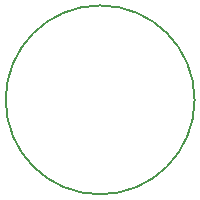
<source format=gbo>
G04 (created by PCBNEW (2013-07-07 BZR 4022)-stable) date 2/20/2015 11:38:31 AM*
%MOIN*%
G04 Gerber Fmt 3.4, Leading zero omitted, Abs format*
%FSLAX34Y34*%
G01*
G70*
G90*
G04 APERTURE LIST*
%ADD10C,0.00590551*%
G04 APERTURE END LIST*
G54D10*
X114090Y-51673D02*
G75*
G03X114090Y-51673I-3149J0D01*
G74*
G01*
M02*

</source>
